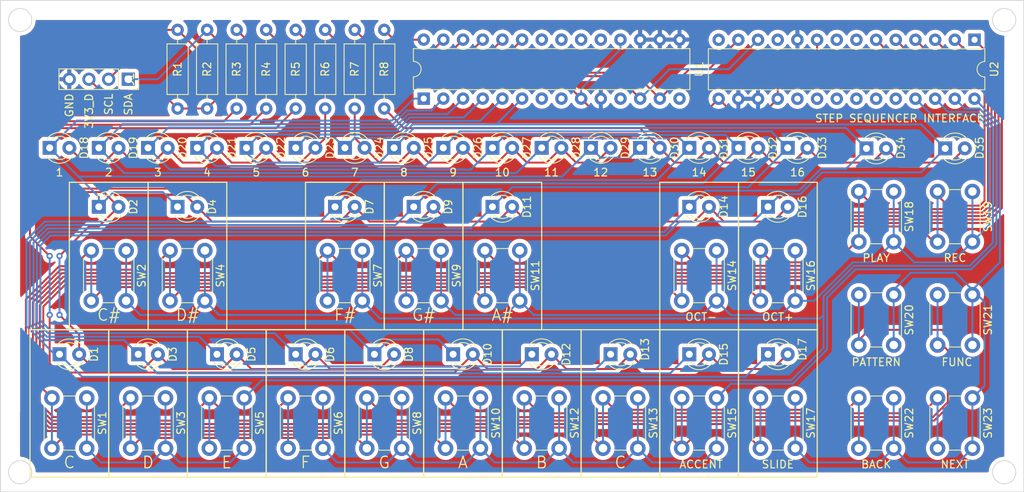
<source format=kicad_pcb>
(kicad_pcb (version 20211014) (generator pcbnew)
  (title_block (title "Daisy Seed Development Kit Step Sequencer Interface") (date "2024-01-22") (rev "2.0"))
  (layers (0 "F.Cu" signal) (31 "B.Cu" signal) (34 "B.Paste" user) (35 "F.Paste" user) (36 "B.SilkS" user "B.Silkscreen") (37 "F.SilkS" user "F.Silkscreen") (38 "B.Mask" user) (39 "F.Mask" user) (44 "Edge.Cuts" user))
  (net 0 "")
  (net 1 "GPA5")
  (net 2 "3V3_D")
  (net 3 "GND")
  (net 4 "Net-(D2-Pad2)")
  (net 5 "GPA4")
  (net 6 "GPA2")
  (net 11 "GPA1")
  (net 12 "GPA0")
  (net 13 "GPA3")
  (net 14 "SDA")
  (net 15 "SCL")
  (net 16 "GPB7")
  (net 17 "GPB5")
  (net 18 "GPB3")
  (net 19 "GPB1")
  (net 20 "GPB6")
  (net 21 "GPB4")
  (net 22 "GPB2")
  (net 23 "GPB0")
  (net 24 "GPA6")
  (net 25 "GPA7")
  (net 26 "Net-(D4-Pad2)")
  (net 27 "Net-(D30-Pad2)")
  (net 28 "Net-(D18-Pad2)")
  (net 29 "Net-(D26-Pad2)")
  (net 30 "GPD0")
  (net 31 "GPD1")
  (net 32 "GPD2")
  (net 33 "GPD3")
  (net 34 "GPD4")
  (net 35 "GPD5")
  (net 36 "GPD6")
  (net 37 "GPD7")
  (net 42 "GPC0")
  (net 43 "GPC1")
  (net 44 "GPC2")
  (net 45 "GPC3")
  (net 46 "GPC4")
  (net 47 "GPC5")
  (net 48 "GPC6")
  (net 49 "GPC7")
  (net 50 "Net-(D17-Pad2)")
  (footprint "Button_Switch_THT:SW_PUSH_6mm" (layer "F.Cu") (at 93.69 108.55 -90)
    (fp_text reference "SW8")
    (fp_text value "SW_DIP_x01")
  )
  (footprint "Resistor_THT:R_Axial_DIN0207_L6.3mm_D2.5mm_P10.16mm_Horizontal" (layer "F.Cu") (at 83.82 61 -90)
    (fp_text reference "R6")
    (fp_text value "20Ω")
  )
  (footprint "Package_DIP:DIP-28_W7.62mm" (layer "F.Cu") (at 96.53 69.88 90)
    (fp_text reference "U1")
    (fp_text value "MCP23017_SP")
  )
  (footprint "Button_Switch_THT:SW_PUSH_6mm" (layer "F.Cu") (at 58.13 89.5 -90)
    (fp_text reference "SW2")
    (fp_text value "SW_DIP_x01")
  )
  (footprint "LED_THT:LED_D3.0mm" (layer "F.Cu") (at 59.69 102.91)
    (fp_text reference "D3")
    (fp_text value "LED")
  )
  (footprint "LED_THT:LED_D3.0mm" (layer "F.Cu") (at 143.51 76.24)
    (fp_text reference "D33")
    (fp_text value "LED")
  )
  (footprint "LED_THT:LED_D3.0mm" (layer "F.Cu") (at 105.41 76.24)
    (fp_text reference "D27")
    (fp_text value "LED")
  )
  (footprint "LED_THT:LED_D3.0mm" (layer "F.Cu") (at 60.96 76.24)
    (fp_text reference "D20")
    (fp_text value "LED")
  )
  (footprint "LED_THT:LED_D3.0mm" (layer "F.Cu") (at 137.16 76.24)
    (fp_text reference "D32")
    (fp_text value "LED")
  )
  (footprint "LED_THT:LED_D3.0mm" (layer "F.Cu") (at 105.405 83.86)
    (fp_text reference "D11")
    (fp_text value "LED")
  )
  (footprint "Button_Switch_THT:SW_PUSH_6mm" (layer "F.Cu") (at 83.53 108.55 -90)
    (fp_text reference "SW6")
    (fp_text value "SW_DIP_x01")
  )
  (footprint "Button_Switch_THT:SW_PUSH_6mm" (layer "F.Cu") (at 53.05 108.55 -90)
    (fp_text reference "SW1")
    (fp_text value "SW_DIP_x01")
  )
  (footprint "LED_THT:LED_D3.0mm" (layer "F.Cu") (at 48.26 76.24)
    (fp_text reference "D18")
    (fp_text value "LED")
  )
  (footprint "Resistor_THT:R_Axial_DIN0207_L6.3mm_D2.5mm_P10.16mm_Horizontal" (layer "F.Cu") (at 64.77 61 -90)
    (fp_text reference "R1")
    (fp_text value "10KΩ")
  )
  (footprint "Button_Switch_THT:SW_PUSH_6mm" (layer "F.Cu") (at 108.93 89.5 -90)
    (fp_text reference "SW11")
    (fp_text value "SW_DIP_x01")
  )
  (footprint "LED_THT:LED_D3.0mm" (layer "F.Cu") (at 92.71 76.24)
    (fp_text reference "D25")
    (fp_text value "LED")
  )
  (footprint "Button_Switch_THT:SW_PUSH_6mm" (layer "F.Cu") (at 68.29 89.5 -90)
    (fp_text reference "SW4")
    (fp_text value "SW_DIP_x01")
  )
  (footprint "LED_THT:LED_D3.0mm" (layer "F.Cu") (at 85.09 83.86)
    (fp_text reference "D7")
    (fp_text value "LED")
  )
  (footprint "Button_Switch_THT:SW_PUSH_6mm" (layer "F.Cu") (at 157.19 95.215 -90)
    (fp_text reference "SW20")
    (fp_text value "SW_DIP_x01")
  )
  (footprint "Button_Switch_THT:SW_PUSH_6mm" (layer "F.Cu") (at 73.37 108.55 -90)
    (fp_text reference "SW5")
    (fp_text value "SW_DIP_x01")
  )
  (footprint "LED_THT:LED_D3.0mm" (layer "F.Cu") (at 130.81 102.91)
    (fp_text reference "D15")
    (fp_text value "LED")
  )
  (footprint "Resistor_THT:R_Axial_DIN0207_L6.3mm_D2.5mm_P10.16mm_Horizontal" (layer "F.Cu") (at 87.63 61 -90)
    (fp_text reference "R7")
    (fp_text value "20Ω")
  )
  (footprint "LED_THT:LED_D3.0mm" (layer "F.Cu") (at 67.31 76.24)
    (fp_text reference "D21")
    (fp_text value "LED")
  )
  (footprint "LED_THT:LED_D3.0mm" (layer "F.Cu") (at 100.33 102.91)
    (fp_text reference "D10")
    (fp_text value "LED")
  )
  (footprint "LED_THT:LED_D3.0mm" (layer "F.Cu") (at 54.61 76.24)
    (fp_text reference "D19")
    (fp_text value "LED")
  )
  (footprint "LED_THT:LED_D3.0mm" (layer "F.Cu") (at 124.46 76.24)
    (fp_text reference "D30")
    (fp_text value "LED")
  )
  (footprint "LED_THT:LED_D3.0mm" (layer "F.Cu") (at 80.01 102.91)
    (fp_text reference "D6")
    (fp_text value "LED")
  )
  (footprint "Resistor_THT:R_Axial_DIN0207_L6.3mm_D2.5mm_P10.16mm_Horizontal" (layer "F.Cu") (at 91.44 61 -90)
    (fp_text reference "R8")
    (fp_text value "20Ω")
  )
  (footprint "Resistor_THT:R_Axial_DIN0207_L6.3mm_D2.5mm_P10.16mm_Horizontal" (layer "F.Cu") (at 80.01 61 -90)
    (fp_text reference "R5")
    (fp_text value "20Ω")
  )
  (footprint "Button_Switch_THT:SW_PUSH_6mm" (layer "F.Cu") (at 103.85 108.55 -90)
    (fp_text reference "SW10")
    (fp_text value "SW_DIP_x01")
  )
  (footprint "LED_THT:LED_D3.0mm" (layer "F.Cu") (at 64.765 83.86)
    (fp_text reference "D4")
    (fp_text value "LED")
  )
  (footprint "Resistor_THT:R_Axial_DIN0207_L6.3mm_D2.5mm_P10.16mm_Horizontal" (layer "F.Cu") (at 76.2 61 -90)
    (fp_text reference "R4")
    (fp_text value "20Ω")
  )
  (footprint "LED_THT:LED_D3.0mm" (layer "F.Cu") (at 90.17 102.91)
    (fp_text reference "D8")
    (fp_text value "LED")
  )
  (footprint "LED_THT:LED_D3.0mm" (layer "F.Cu") (at 140.97 102.91)
    (fp_text reference "D17")
    (fp_text value "LED")
  )
  (footprint "Button_Switch_THT:SW_PUSH_6mm" (layer "F.Cu") (at 63.21 108.55 -90)
    (fp_text reference "SW3")
    (fp_text value "SW_DIP_x01")
  )
  (footprint "Button_Switch_THT:SW_PUSH_6mm" (layer "F.Cu") (at 157.19 81.88 -90)
    (fp_text reference "SW18")
    (fp_text value "SW_DIP_x01")
  )
  (footprint "LED_THT:LED_D3.0mm" (layer "F.Cu") (at 120.65 102.91)
    (fp_text reference "D13")
    (fp_text value "LED")
  )
  (footprint "LED_THT:LED_D3.0mm" (layer "F.Cu") (at 111.76 76.24)
    (fp_text reference "D28")
    (fp_text value "LED")
  )
  (footprint "LED_THT:LED_D3.0mm" (layer "F.Cu") (at 140.97 83.86)
    (fp_text reference "D16")
    (fp_text value "LED")
  )
  (footprint "Package_DIP:DIP-28_W7.62mm" (layer "F.Cu") (at 167.62 62.28 -90)
    (fp_text reference "U2")
    (fp_text value "MCP23017_SP")
  )
  (footprint "Button_Switch_THT:SW_PUSH_6mm" (layer "F.Cu") (at 144.49 108.55 -90)
    (fp_text reference "SW17")
    (fp_text value "SW_DIP_x01")
  )
  (footprint "Button_Switch_THT:SW_PUSH_6mm" (layer "F.Cu") (at 134.33 108.55 -90)
    (fp_text reference "SW15")
    (fp_text value "SW_DIP_x01")
  )
  (footprint "LED_THT:LED_D3.0mm" (layer "F.Cu") (at 130.81 83.86)
    (fp_text reference "D14")
    (fp_text value "LED")
  )
  (footprint "Button_Switch_THT:SW_PUSH_6mm" (layer "F.Cu") (at 167.35 81.88 -90)
    (fp_text reference "SW19")
    (fp_text value "SW_DIP_x01")
  )
  (footprint "LED_THT:LED_D3.0mm" (layer "F.Cu") (at 69.85 102.91)
    (fp_text reference "D5")
    (fp_text value "LED")
  )
  (footprint "LED_THT:LED_D3.0mm" (layer "F.Cu") (at 118.11 76.24)
    (fp_text reference "D29")
    (fp_text value "LED")
  )
  (footprint "Button_Switch_THT:SW_PUSH_6mm" (layer "F.Cu") (at 88.61 89.5 -90)
    (fp_text reference "SW7")
    (fp_text value "SW_DIP_x01")
  )
  (footprint "Button_Switch_THT:SW_PUSH_6mm" (layer "F.Cu") (at 134.33 89.5 -90)
    (fp_text reference "SW14")
    (fp_text value "SW_DIP_x01")
  )
  (footprint "LED_THT:LED_D3.0mm" (layer "F.Cu") (at 49.53 102.91)
    (fp_text reference "D1")
    (fp_text value "LED")
  )
  (footprint "Button_Switch_THT:SW_PUSH_6mm" (layer "F.Cu") (at 167.35 108.55 -90)
    (fp_text reference "SW23")
    (fp_text value "SW_DIP_x01")
  )
  (footprint "LED_THT:LED_D3.0mm" (layer "F.Cu") (at 54.605 83.86)
    (fp_text reference "D2")
    (fp_text value "LED")
  )
  (footprint "Button_Switch_THT:SW_PUSH_6mm" (layer "F.Cu") (at 124.17 108.55 -90)
    (fp_text reference "SW13")
    (fp_text value "SW_DIP_x01")
  )
  (footprint "Connector_PinSocket_2.54mm:PinSocket_1x04_P2.54mm_Vertical" (layer "F.Cu") (at 58.41 67.375 -90)
    (fp_text reference "J1")
    (fp_text value "Conn_01x04_Male")
  )
  (footprint "Button_Switch_THT:SW_PUSH_6mm" (layer "F.Cu") (at 167.35 95.215 -90)
    (fp_text reference "SW21")
    (fp_text value "SW_DIP_x01")
  )
  (footprint "Button_Switch_THT:SW_PUSH_6mm" (layer "F.Cu") (at 114.01 108.55 -90)
    (fp_text reference "SW12")
    (fp_text value "SW_DIP_x01")
  )
  (footprint "LED_THT:LED_D3.0mm" (layer "F.Cu") (at 95.245 83.86)
    (fp_text reference "D9")
    (fp_text value "LED")
  )
  (footprint "LED_THT:LED_D3.0mm" (layer "F.Cu") (at 153.67 76.315)
    (fp_text reference "D34")
    (fp_text value "LED")
  )
  (footprint "Resistor_THT:R_Axial_DIN0207_L6.3mm_D2.5mm_P10.16mm_Horizontal" (layer "F.Cu") (at 68.58 61 -90)
    (fp_text reference "R2")
    (fp_text value "10KΩ")
  )
  (footprint "LED_THT:LED_D3.0mm" (layer "F.Cu") (at 86.36 76.24)
    (fp_text reference "D24")
    (fp_text value "LED")
  )
  (footprint "Button_Switch_THT:SW_PUSH_6mm" (layer "F.Cu") (at 144.49 89.5 -90)
    (fp_text reference "SW16")
    (fp_text value "SW_DIP_x01")
  )
  (footprint "Resistor_THT:R_Axial_DIN0207_L6.3mm_D2.5mm_P10.16mm_Horizontal" (layer "F.Cu") (at 72.39 61 -90)
    (fp_text reference "R3")
    (fp_text value "20Ω")
  )
  (footprint "Button_Switch_THT:SW_PUSH_6mm" (layer "F.Cu") (at 98.77 89.5 -90)
    (fp_text reference "SW9")
    (fp_text value "SW_DIP_x01")
  )
  (footprint "LED_THT:LED_D3.0mm" (layer "F.Cu") (at 73.66 76.24)
    (fp_text reference "D22")
    (fp_text value "LED")
  )
  (footprint "LED_THT:LED_D3.0mm" (layer "F.Cu") (at 163.83 76.315)
    (fp_text reference "D35")
    (fp_text value "LED")
  )
  (footprint "LED_THT:LED_D3.0mm" (layer "F.Cu") (at 110.49 102.91)
    (fp_text reference "D12")
    (fp_text value "LED")
  )
  (footprint "LED_THT:LED_D3.0mm" (layer "F.Cu") (at 80.01 76.24)
    (fp_text reference "D23")
    (fp_text value "LED")
  )
  (footprint "LED_THT:LED_D3.0mm" (layer "F.Cu") (at 130.81 76.24)
    (fp_text reference "D31")
    (fp_text value "LED")
  )
  (footprint "Button_Switch_THT:SW_PUSH_6mm" (layer "F.Cu") (at 157.19 108.55 -90)
    (fp_text reference "SW22")
    (fp_text value "SW_DIP_x01")
  )
  (footprint "LED_THT:LED_D3.0mm" (layer "F.Cu") (at 99.06 76.24)
    (fp_text reference "D26")
    (fp_text value "LED")
  )
  (gr_rect (start 76.2 118.785) (end 66.04 99.735) (layer "F.SilkS") (width 0.15) (fill none))
  (gr_rect (start 127 118.785) (end 116.84 99.735) (layer "F.SilkS") (width 0.15) (fill none))
  (gr_rect (start 106.68 118.785) (end 96.52 99.735) (layer "F.SilkS") (width 0.15) (fill none))
  (gr_rect (start 91.44 99.735) (end 81.28 80.685) (layer "F.SilkS") (width 0.15) (fill none))
  (gr_rect (start 101.6 99.735) (end 91.44 80.685) (layer "F.SilkS") (width 0.15) (fill none))
  (gr_rect (start 86.36 118.785) (end 76.2 99.735) (layer "F.SilkS") (width 0.15) (fill none))
  (gr_rect (start 55.88 118.785) (end 45.72 99.735) (layer "F.SilkS") (width 0.15) (fill none))
  (gr_rect (start 71.12 99.735) (end 60.96 80.685) (layer "F.SilkS") (width 0.15) (fill none))
  (gr_rect (start 116.84 118.785) (end 106.68 99.735) (layer "F.SilkS") (width 0.15) (fill none))
  (gr_rect (start 137.16 99.735) (end 127 80.685) (layer "F.SilkS") (width 0.15) (fill none))
  (gr_rect (start 60.96 99.735) (end 50.8 80.685) (layer "F.SilkS") (width 0.15) (fill none))
  (gr_rect (start 66.04 118.785) (end 55.88 99.735) (layer "F.SilkS") (width 0.15) (fill none))
  (gr_rect (start 147.32 118.785) (end 137.16 99.735) (layer "F.SilkS") (width 0.15) (fill none))
  (gr_rect (start 111.76 99.735) (end 101.6 80.685) (layer "F.SilkS") (width 0.15) (fill none))
  (gr_rect (start 147.32 99.735) (end 137.16 80.685) (layer "F.SilkS") (width 0.15) (fill none))
  (gr_rect (start 137.16 118.785) (end 127 99.735) (layer "F.SilkS") (width 0.15) (fill none))
  (gr_rect (start 96.52 118.785) (end 86.36 99.735) (layer "F.SilkS") (width 0.15) (fill none))
  (gr_circle (center 171.45 118.15) (end 172.95 118.15) (layer "Edge.Cuts") (width 0.1) (fill none))
  (gr_circle (center 171.45 59.73) (end 172.95 59.73) (layer "Edge.Cuts") (width 0.1) (fill none))
  (gr_circle (center 44.45 59.73) (end 45.95 59.73) (layer "Edge.Cuts") (width 0.1) (fill none))
  (gr_circle (center 44.45 118.15) (end 45.95 118.15) (layer "Edge.Cuts") (width 0.1) (fill none))
  (gr_rect (start 41.9 57.19) (end 173.98 120.69) (layer "Edge.Cuts") (width 0.1) (fill none))
  (gr_text "E" (at 71.12 116.88) (layer "F.SilkS") (effects (font (size 1.5 1.5))))
  (gr_text "FUNC" (at 165.354 103.926) (layer "F.SilkS") (effects (font (size 1 1))))
  (gr_text "4" (at 68.58 79.415) (layer "F.SilkS") (effects (font (size 1 1))))
  (gr_text "11" (at 113.03 79.415) (layer "F.SilkS") (effects (font (size 1 1))))
  (gr_text "1" (at 49.53 79.415) (layer "F.SilkS") (effects (font (size 1 1))))
  (gr_text "16" (at 144.78 79.415) (layer "F.SilkS") (effects (font (size 1 1))))
  (gr_text "NEXT" (at 165.1 117.134) (layer "F.SilkS") (effects (font (size 1 1))))
  (gr_text "7" (at 87.63 79.415) (layer "F.SilkS") (effects (font (size 1 1))))
  (gr_text "10" (at 106.68 79.415) (layer "F.SilkS") (effects (font (size 1 1))))
  (gr_text "SCL" (at 55.88 69.128 90) (layer "F.SilkS") (effects (font (size 1 1)) (justify right)))
  (gr_text "3V3_D" (at 53.34 69.128 90) (layer "F.SilkS") (effects (font (size 1 1)) (justify right)))
  (gr_text "A#" (at 106.68 97.83) (layer "F.SilkS") (effects (font (size 1.5 1.5))))
  (gr_text "13" (at 125.73 79.415) (layer "F.SilkS") (effects (font (size 1 1))))
  (gr_text "8" (at 93.98 79.415) (layer "F.SilkS") (effects (font (size 1 1))))
  (gr_text "G" (at 91.44 116.88) (layer "F.SilkS") (effects (font (size 1.5 1.5))))
  (gr_text "SLIDE" (at 142.24 117.134) (layer "F.SilkS") (effects (font (size 1 1))))
  (gr_text "15" (at 138.43 79.415) (layer "F.SilkS") (effects (font (size 1 1))))
  (gr_text "G#" (at 96.52 97.83) (layer "F.SilkS") (effects (font (size 1.5 1.5))))
  (gr_text "C" (at 121.92 116.88) (layer "F.SilkS") (effects (font (size 1.5 1.5))))
  (gr_text "OCT-" (at 132.334 98.084) (layer "F.SilkS") (effects (font (size 1 1))))
  (gr_text "6" (at 81.28 79.415) (layer "F.SilkS") (effects (font (size 1 1))))
  (gr_text "C" (at 50.8 116.88) (layer "F.SilkS") (effects (font (size 1.5 1.5))))
  (gr_text "REC" (at 165.1 90.464) (layer "F.SilkS") (effects (font (size 1 1))))
  (gr_text "B" (at 111.76 116.88) (layer "F.SilkS") (effects (font (size 1.5 1.5))))
  (gr_text "GND" (at 50.8 69.128 90) (layer "F.SilkS") (effects (font (size 1 1)) (justify right)))
  (gr_text "3" (at 62.23 79.415) (layer "F.SilkS") (effects (font (size 1 1))))
  (gr_text "SDA" (at 58.42 69.128 90) (layer "F.SilkS") (effects (font (size 1 1)) (justify right)))
  (gr_text "PATTERN" (at 154.94 103.926) (layer "F.SilkS") (effects (font (size 1 1))))
  (gr_text "A" (at 101.6 116.88) (layer "F.SilkS") (effects (font (size 1.5 1.5))))
  (gr_text "9" (at 100.33 79.415) (layer "F.SilkS") (effects (font (size 1 1))))
  (gr_text "PLAY" (at 154.94 90.464) (layer "F.SilkS") (effects (font (size 1 1))))
  (gr_text "F#" (at 86.36 97.83) (layer "F.SilkS") (effects (font (size 1.5 1.5))))
  (gr_text "14" (at 132.08 79.415) (layer "F.SilkS") (effects (font (size 1 1))))
  (gr_text "D" (at 60.96 116.88) (layer "F.SilkS") (effects (font (size 1.5 1.5))))
  (gr_text "OCT+" (at 142.24 98.084) (layer "F.SilkS") (effects (font (size 1 1))))
  (gr_text "STEP SEQUENCER INTERFACE" (at 168.91 72.43) (layer "F.SilkS") (effects (font (size 1 1)) (justify right)))
  (gr_text "BACK" (at 154.94 117.134) (layer "F.SilkS") (effects (font (size 1 1))))
  (gr_text "2" (at 55.88 79.415) (layer "F.SilkS") (effects (font (size 1 1))))
  (gr_text "F" (at 81.28 116.88) (layer "F.SilkS") (effects (font (size 1.5 1.5))))
  (gr_text "12" (at 119.38 79.415) (layer "F.SilkS") (effects (font (size 1 1))))
  (gr_text "D#" (at 66.04 97.83) (layer "F.SilkS") (effects (font (size 1.5 1.5))))
  (gr_text "ACCENT" (at 132.334 117.134) (layer "F.SilkS") (effects (font (size 1 1))))
  (gr_text "5" (at 74.93 79.415) (layer "F.SilkS") (effects (font (size 1 1))))
  (gr_text "C#" (at 55.88 97.83) (layer "F.SilkS") (effects (font (size 1.5 1.5))))
  (segment (start 83.82 61) (end 87.55144 64.73144) (width 0.25) (layer "F.Cu") (net 1))
  (segment (start 99.13856 64.73144) (end 101.61 62.26) (width 0.25) (layer "F.Cu") (net 1))
  (segment (start 87.55144 64.73144) (end 99.13856 64.73144) (width 0.25) (layer "F.Cu") (net 1))
  (segment (start 68.58 71.16) (end 72.31144 67.42856) (width 0.25) (layer "F.Cu") (net 2))
  (segment (start 55.845 69.89) (end 63.5 69.89) (width 0.25) (layer "F.Cu") (net 2))
  (segment (start 147.3 63.56) (end 147.3 62.28) (width 0.25) (layer "F.Cu") (net 2))
  (segment (start 118.765 71.795) (end 132.705 71.795) (width 0.25) (layer "F.Cu") (net 2))
  (segment (start 63.5 69.89) (end 64.77 71.16) (width 0.25) (layer "F.Cu") (net 2))
  (segment (start 72.31144 67.42856) (end 114.39856 67.42856) (width 0.25) (layer "F.Cu") (net 2))
  (segment (start 142.22 68.64) (end 147.3 63.56) (width 0.25) (layer "F.Cu") (net 2))
  (segment (start 140.325 71.795) (end 142.22 69.9) (width 0.25) (layer "F.Cu") (net 2))
  (segment (start 142.22 69.9) (end 142.22 68.64) (width 0.25) (layer "F.Cu") (net 2))
  (segment (start 116.85 69.88) (end 118.765 71.795) (width 0.25) (layer "F.Cu") (net 2))
  (segment (start 134.6 69.9) (end 136.495 71.795) (width 0.25) (layer "F.Cu") (net 2))
  (segment (start 114.39856 67.42856) (end 116.85 69.88) (width 0.25) (layer "F.Cu") (net 2))
  (segment (start 53.33 67.375) (end 55.845 69.89) (width 0.25) (layer "F.Cu") (net 2))
  (segment (start 64.77 71.16) (end 68.58 71.16) (width 0.25) (layer "F.Cu") (net 2))
  (segment (start 132.705 71.795) (end 134.6 69.9) (width 0.25) (layer "F.Cu") (net 2))
  (segment (start 136.495 71.795) (end 140.325 71.795) (width 0.25) (layer "F.Cu") (net 2))
  (segment (start 116.85 69.88) (end 116.85 68.61) (width 0.25) (layer "B.Cu") (net 2))
  (segment (start 121.93 63.53) (end 121.93 62.26) (width 0.25) (layer "B.Cu") (net 2))
  (segment (start 116.85 68.61) (end 121.93 63.53) (width 0.25) (layer "B.Cu") (net 2))
  (segment (start 92.71 102.91) (end 90.805 104.815) (width 0.25) (layer "F.Cu") (net 4))
  (segment (start 49.53 90.21) (end 49.53 90.2075) (width 0.25) (layer "F.Cu") (net 4))
  (segment (start 55.24 81.955) (end 48.259283 81.955) (width 0.25) (layer "F.Cu") (net 4))
  (segment (start 49.53 90.2075) (end 53.3375 86.4) (width 0.25) (layer "F.Cu") (net 4))
  (segment (start 64.135 104.815) (end 62.23 102.91) (width 0.25) (layer "F.Cu") (net 4))
  (segment (start 57.145 83.86) (end 55.24 81.955) (width 0.25) (layer "F.Cu") (net 4))
  (segment (start 74.10952 73.25048) (end 76.2 71.16) (width 0.25) (layer "F.Cu") (net 4))
  (segment (start 90.805 104.815) (end 84.455 104.815) (width 0.25) (layer "F.Cu") (net 4))
  (segment (start 60.325 104.815) (end 53.975 104.815) (width 0.25) (layer "F.Cu") (net 4))
  (segment (start 62.23 102.91) (end 60.325 104.815) (width 0.25) (layer "F.Cu") (net 4))
  (segment (start 53.3375 86.4) (end 54.605 86.4) (width 0.25) (layer "F.Cu") (net 4))
  (segment (start 84.455 104.815) (end 82.55 102.91) (width 0.25) (layer "F.Cu") (net 4))
  (segment (start 53.975 104.815) (end 52.07 102.91) (width 0.25) (layer "F.Cu") (net 4))
  (segment (start 72.39 102.91) (end 70.485 104.815) (width 0.25) (layer "F.Cu") (net 4))
  (segment (start 82.55 102.91) (end 80.645 104.815) (width 0.25) (layer "F.Cu") (net 4))
  (segment (start 70.485 104.815) (end 64.135 104.815) (width 0.25) (layer "F.Cu") (net 4))
  (segment (start 80.645 104.815) (end 74.295 104.815) (width 0.25) (layer "F.Cu") (net 4))
  (segment (start 52.07 100.37) (end 49.53 97.83) (width 0.25) (layer "F.Cu") (net 4))
  (segment (start 46.16952 79.865237) (end 46.16952 75.144762) (width 0.25) (layer "F.Cu") (net 4))
  (segment (start 54.605 86.4) (end 57.145 83.86) (width 0.25) (layer "F.Cu") (net 4))
  (segment (start 48.063803 73.25048) (end 74.10952 73.25048) (width 0.25) (layer "F.Cu") (net 4))
  (segment (start 46.16952 75.144762) (end 48.063803 73.25048) (width 0.25) (layer "F.Cu") (net 4))
  (segment (start 48.259283 81.955) (end 46.16952 79.865237) (width 0.25) (layer "F.Cu") (net 4))
  (segment (start 52.07 102.91) (end 52.07 100.37) (width 0.25) (layer "F.Cu") (net 4))
  (segment (start 74.295 104.815) (end 72.39 102.91) (width 0.25) (layer "F.Cu") (net 4))
  (via (at 49.53 90.21) (size 0.8) (drill 0.4) (layers "F.Cu" "B.Cu") (net 4))
  (via (at 49.53 97.83) (size 0.8) (drill 0.4) (layers "F.Cu" "B.Cu") (net 4))
  (segment (start 49.53 97.83) (end 49.53 90.21) (width 0.25) (layer "B.Cu") (net 4))
  (segment (start 84.19096 65.18096) (end 101.22904 65.18096) (width 0.25) (layer "F.Cu") (net 5))
  (segment (start 80.01 61) (end 84.19096 65.18096) (width 0.25) (layer "F.Cu") (net 5))
  (segment (start 101.22904 65.18096) (end 104.15 62.26) (width 0.25) (layer "F.Cu") (net 5))
  (segment (start 72.39 61) (end 77.47 66.08) (width 0.25) (layer "F.Cu") (net 6))
  (segment (start 77.47 66.08) (end 105.41 66.08) (width 0.25) (layer "F.Cu") (net 6))
  (segment (start 105.41 66.08) (end 109.23 62.26) (width 0.25) (layer "F.Cu") (net 6))
  (segment (start 103.31952 65.63048) (end 106.69 62.26) (width 0.25) (layer "F.Cu") (net 13))
  (segment (start 76.2 61) (end 80.83048 65.63048) (width 0.25) (layer "F.Cu") (net 13))
  (segment (start 80.83048 65.63048) (end 103.31952 65.63048) (width 0.25) (layer "F.Cu") (net 13))
  (segment (start 123.65952 66.52952) (end 127.01 69.88) (width 0.25) (layer "F.Cu") (net 14))
  (segment (start 74.10952 66.52952) (end 123.65952 66.52952) (width 0.25) (layer "F.Cu") (net 14))
  (segment (start 68.58 61) (end 74.10952 66.52952) (width 0.25) (layer "F.Cu") (net 14))
  (segment (start 130.81 66.08) (end 133.34 66.08) (width 0.25) (layer "F.Cu") (net 14))
  (segment (start 133.34 66.08) (end 137.14 62.28) (width 0.25) (layer "F.Cu") (net 14))
  (segment (start 127.01 69.88) (end 130.81 66.08) (width 0.25) (layer "F.Cu") (net 14))
  (segment (start 58.41 67.375) (end 62.205 67.375) (width 0.25) (layer "B.Cu") (net 14))
  (segment (start 62.205 67.375) (end 68.58 61) (width 0.25) (layer "B.Cu") (net 14))
  (segment (start 64.77 61) (end 70.74904 66.97904) (width 0.25) (layer "F.Cu") (net 15))
  (segment (start 64.77 61) (end 62.245 61) (width 0.25) (layer "F.Cu") (net 15))
  (segment (start 121.56904 66.97904) (end 124.47 69.88) (width 0.25) (layer "F.Cu") (net 15))
  (segment (start 62.245 61) (end 55.87 67.375) (width 0.25) (layer "F.Cu") (net 15))
  (segment (start 70.74904 66.97904) (end 121.56904 66.97904) (width 0.25) (layer "F.Cu") (net 15))
  (segment (start 124.47 69.88) (end 128.27 66.08) (width 0.25) (layer "B.Cu") (net 15))
  (segment (start 135.88 66.08) (end 139.68 62.28) (width 0.25) (layer "B.Cu") (net 15))
  (segment (start 128.27 66.08) (end 135.88 66.08) (width 0.25) (layer "B.Cu") (net 15))
  (segment (start 98.425 101.005) (end 92.075 101.005) (width 0.25) (layer "B.Cu") (net 17))
  (segment (start 104.927409 73.217409) (end 160.732409 73.217409) (width 0.25) (layer "B.Cu") (net 17))
  (segment (start 142.61096 82.21904) (end 140.97 83.86) (width 0.25) (layer "B.Cu") (net 17))
  (segment (start 95.096874 73.217409) (end 104.927409 73.217409) (width 0.25) (layer "B.Cu") (net 17))
  (segment (start 48.369792 87.56308) (end 47.06856 88.864312) (width 0.25) (layer "B.Cu") (net 17))
  (segment (start 100.33 102.91) (end 98.425 101.005) (width 0.25) (layer "B.Cu") (net 17))
  (segment (start 160.73 79.415) (end 147.954999 79.415) (width 0.25) (layer "B.Cu") (net 17))
  (segment (start 147.954999 79.415) (end 145.150959 82.21904) (width 0.25) (layer "B.Cu") (net 17))
  (segment (start 85.09 74.97) (end 86.36 76.24) (width 0.25) (layer "B.Cu") (net 17))
  (segment (start 139.065 85.765) (end 129.540717 85.765) (width 0.25) (layer "B.Cu") (net 17))
  (segment (start 129.540717 85.765) (end 127.742637 87.56308) (width 0.25) (layer "B.Cu") (net 17))
  (segment (start 105.892591 73.217409) (end 104.927409 73.217409) (width 0.25) (layer "B.Cu") (net 17))
  (segment (start 140.97 83.86) (end 139.065 85.765) (width 0.25) (layer "B.Cu") (net 17))
  (segment (start 109.23 69.88) (end 105.892591 73.217409) (width 0.25) (layer "B.Cu") (net 17))
  (segment (start 145.150959 82.21904) (end 142.61096 82.21904) (width 0.25) (layer "B.Cu") (net 17))
  (segment (start 127.742637 87.56308) (end 48.369792 87.56308) (width 0.25) (layer "B.Cu") (net 17))
  (segment (start 163.83 76.315) (end 160.73 79.415) (width 0.25) (layer "B.Cu") (net 17))
  (segment (start 86.36 76.24) (end 87.63 74.97) (width 0.25) (layer "B.Cu") (net 17))
  (segment (start 87.63 74.97) (end 93.344282 74.97) (width 0.25) (layer "B.Cu") (net 17))
  (segment (start 92.075 101.005) (end 90.17 102.91) (width 0.25) (layer "B.Cu") (net 17))
  (segment (start 80.01 76.24) (end 81.28 74.97) (width 0.25) (layer "B.Cu") (net 17))
  (segment (start 160.732409 73.217409) (end 163.83 76.315) (width 0.25) (layer "B.Cu") (net 17))
  (segment (start 48.26 99.735) (end 86.995 99.735) (width 0.25) (layer "B.Cu") (net 17))
  (segment (start 81.28 74.97) (end 85.09 74.97) (width 0.25) (layer "B.Cu") (net 17))
  (segment (start 86.995 99.735) (end 90.17 102.91) (width 0.25) (layer "B.Cu") (net 17))
  (segment (start 93.344282 74.97) (end 95.096874 73.217409) (width 0.25) (layer "B.Cu") (net 17))
  (segment (start 47.06856 98.54356) (end 48.26 99.735) (width 0.25) (layer "B.Cu") (net 17))
  (segment (start 47.06856 88.864312) (end 47.06856 98.54356) (width 0.25) (layer "B.Cu") (net 17))
  (segment (start 101.711631 72.318369) (end 104.15 69.88) (width 0.25) (layer "B.Cu") (net 18))
  (segment (start 47.997396 86.66404) (end 102.60096 86.66404) (width 0.25) (layer "B.Cu") (net 18))
  (segment (start 47.887604 100.63404) (end 46.16952 98.915955) (width 0.25) (layer "B.Cu") (net 18))
  (segment (start 101.183551 74.116449) (end 141.386449 74.116449) (width 0.25) (layer "B.Cu") (net 18))
  (segment (start 71.86192 104.92192) (end 118.63808 104.92192) (width 0.25) (layer "B.Cu") (net 18))
  (segment (start 107.945 81.32) (end 138.43 81.32) (width 0.25) (layer "B.Cu") (net 18))
  (segment (start 92.971888 74.07096) (end 94.72448 72.318369) (width 0.25) (layer "B.Cu") (net 18))
  (segment (start 67.57404 100.63404) (end 47.887604 100.63404) (width 0.25) (layer "B.Cu") (net 18))
  (segment (start 99.06 76.24) (end 101.183551 74.116449) (width 0.25) (layer "B.Cu") (net 18))
  (segment (start 46.16952 98.915955) (end 46.16952 88.491916) (width 0.25) (layer "B.Cu") (net 18))
  (segment (start 69.66452 78.59452) (end 96.70548 78.59452) (width 0.25) (layer "B.Cu") (net 18))
  (segment (start 141.386449 74.116449) (end 143.51 76.24) (width 0.25) (layer "B.Cu") (net 18))
  (segment (start 67.31 76.24) (end 69.66452 78.59452) (width 0.25) (layer "B.Cu") (net 18))
  (segment (start 105.405 83.86) (end 107.945 81.32) (width 0.25) (layer "B.Cu") (net 18))
  (segment (start 69.85 102.91) (end 67.57404 100.63404) (width 0.25) (layer "B.Cu") (net 18))
  (segment (start 46.16952 88.491916) (end 47.997396 86.66404) (width 0.25) (layer "B.Cu") (net 18))
  (segment (start 69.85 102.91) (end 71.86192 104.92192) (width 0.25) (layer "B.Cu") (net 18))
  (segment (start 138.43 81.32) (end 143.51 76.24) (width 0.25) (layer "B.Cu") (net 18))
  (segment (start 96.70548 78.59452) (end 99.06 76.24) (width 0.25) (layer "B.Cu") (net 18))
  (segment (start 69.47904 74.07096) (end 92.971888 74.07096) (width 0.25) (layer "B.Cu") (net 18))
  (segment (start 118.63808 104.92192) (end 120.65 102.91) (width 0.25) (layer "B.Cu") (net 18))
  (segment (start 94.72448 72.318369) (end 101.711631 72.318369) (width 0.25) (layer "B.Cu") (net 18))
  (segment (start 67.31 76.24) (end 69.47904 74.07096) (width 0.25) (layer "B.Cu") (net 18))
  (segment (start 102.60096 86.66404) (end 105.405 83.86) (width 0.25) (layer "B.Cu") (net 18))
  (segment (start 94.352086 71.419329) (end 97.530671 71.419329) (width 0.25) (layer "B.Cu") (net 19))
  (segment (start 130.81 76.24) (end 126.6574 80.3926) (width 0.25) (layer "B.Cu") (net 19))
  (segment (start 112.984511 75.015489) (end 129.585489 75.015489) (width 0.25) (layer "B.Cu") (net 19))
  (segment (start 52.44096 105.82096) (end 138.05904 105.82096) (width 0.25) (layer "B.Cu") (net 19))
  (segment (start 83.185 85.765) (end 47.625 85.765) (width 0.25) (layer "B.Cu") (net 19))
  (segment (start 108.50644 79.49356) (end 111.76 76.24) (width 0.25) (layer "B.Cu") (net 19))
  (segment (start 129.585489 75.015489) (end 130.81 76.24) (width 0.25) (layer "B.Cu") (net 19))
  (segment (start 138.05904 105.82096) (end 140.97 102.91) (width 0.25) (layer "B.Cu") (net 19))
  (segment (start 45.27048 99.288349) (end 47.515208 101.533079) (width 0.25) (layer "B.Cu") (net 19))
  (segment (start 45.27048 88.11952) (end 45.27048 99.288349) (width 0.25) (layer "B.Cu") (net 19))
  (segment (start 88.5574 80.3926) (end 85.09 83.86) (width 0.25) (layer "B.Cu") (net 19))
  (segment (start 57.86356 79.49356) (end 108.50644 79.49356) (width 0.25) (layer "B.Cu") (net 19))
  (segment (start 49.53 102.91) (end 52.44096 105.82096) (width 0.25) (layer "B.Cu") (net 19))
  (segment (start 54.61 76.24) (end 57.67808 73.17192) (width 0.25) (layer "B.Cu") (net 19))
  (segment (start 57.67808 73.17192) (end 92.599493 73.17192) (width 0.25) (layer "B.Cu") (net 19))
  (segment (start 47.515208 101.533079) (end 47.518079 101.533079) (width 0.25) (layer "B.Cu") (net 19))
  (segment (start 48.895 102.91) (end 49.53 102.91) (width 0.25) (layer "B.Cu") (net 19))
  (segment (start 111.76 76.24) (end 112.984511 75.015489) (width 0.25) (layer "B.Cu") (net 19))
  (segment (start 54.61 76.24) (end 57.86356 79.49356) (width 0.25) (layer "B.Cu") (net 19))
  (segment (start 97.530671 71.419329) (end 99.07 69.88) (width 0.25) (layer "B.Cu") (net 19))
  (segment (start 47.625 85.765) (end 45.27048 88.11952) (width 0.25) (layer "B.Cu") (net 19))
  (segment (start 47.518079 101.533079) (end 48.895 102.91) (width 0.25) (layer "B.Cu") (net 19))
  (segment (start 92.599493 73.17192) (end 94.352086 71.419329) (width 0.25) (layer "B.Cu") (net 19))
  (segment (start 126.6574 80.3926) (end 88.5574 80.3926) (width 0.25) (layer "B.Cu") (net 19))
  (segment (start 85.09 83.86) (end 83.185 85.765) (width 0.25) (layer "B.Cu") (net 19))
  (segment (start 80.01 102.91) (end 81.5724 104.4724) (width 0.25) (layer "B.Cu") (net 21))
  (segment (start 132.90048 81.76952) (end 130.81 83.86) (width 0.25) (layer "B.Cu") (net 21))
  (segment (start 95.283071 73.666929) (end 92.71 76.24) (width 0.25) (layer "B.Cu") (net 21))
  (segment (start 108.9276 104.4724) (end 110.49 102.91) (width 0.25) (layer "B.Cu") (net 21))
  (segment (start 46.61904 88.678114) (end 48.183594 87.11356) (width 0.25) (layer "B.Cu") (net 21))
  (segment (start 90.805 78.145) (end 92.71 76.24) (width 0.25) (layer "B.Cu") (net 21))
  (segment (start 153.67 76.315) (end 151.021929 73.666929) (width 0.25) (layer "B.Cu") (net 21))
  (segment (start 48.073802 100.18452) (end 46.61904 98.729758) (width 0.25) (layer "B.Cu") (net 21))
  (segment (start 151.021929 73.666929) (end 95.283071 73.666929) (width 0.25) (layer "B.Cu") (net 21))
  (segment (start 80.01 102.91) (end 77.28452 100.18452) (width 0.25) (layer "B.Cu") (net 21))
  (segment (start 144.964762 81.76952) (end 132.90048 81.76952) (width 0.25) (layer "B.Cu") (net 21))
  (segment (start 103.802111 72.767889) (end 106.69 69.88) (width 0.25) (layer "B.Cu") (net 21))
  (segment (start 127.55644 87.11356) (end 130.81 83.86) (width 0.25) (layer "B.Cu") (net 21))
  (segment (start 73.66 76.875) (end 74.93 78.145) (width 0.25) (layer "B.Cu") (net 21))
  (segment (start 151.01952 78.96548) (end 147.768802 78.96548) (width 0.25) (layer "B.Cu") (net 21))
  (segment (start 94.910677 72.767889) (end 103.802111 72.767889) (width 0.25) (layer "B.Cu") (net 21))
  (segment (start 74.93 78.145) (end 90.805 78.145) (width 0.25) (layer "B.Cu") (net 21))
  (segment (start 147.768802 78.96548) (end 144.964762 81.76952) (width 0.25) (layer "B.Cu") (net 21))
  (segment (start 48.183594 87.11356) (end 127.55644 87.11356) (width 0.25) (layer "B.Cu") (net 21))
  (segment (start 93.158084 74.52048) (end 94.910677 72.767889) (width 0.25) (layer "B.Cu") (net 21))
  (segment (start 73.66 76.24) (end 73.66 76.875) (width 0.25) (layer "B.Cu") (net 21))
  (segment (start 77.28452 100.18452) (end 48.073802 100.18452) (width 0.25) (layer "B.Cu") (net 21))
  (segment (start 46.61904 98.729758) (end 46.61904 88.678114) (width 0.25) (layer "B.Cu") (net 21))
  (segment (start 81.5724 104.4724) (end 108.9276 104.4724) (width 0.25) (layer "B.Cu") (net 21))
  (segment (start 73.66 76.24) (end 75.37952 74.52048) (width 0.25) (layer "B.Cu") (net 21))
  (segment (start 75.37952 74.52048) (end 93.158084 74.52048) (width 0.25) (layer "B.Cu") (net 21))
  (segment (start 153.67 76.315) (end 151.01952 78.96548) (width 0.25) (layer "B.Cu") (net 21))
  (segment (start 137.158565 76.24) (end 132.556445 80.84212) (width 0.25) (layer "B.Cu") (net 22))
  (segment (start 92.785691 73.62144) (end 94.538283 71.868849) (width 0.25) (layer "B.Cu") (net 22))
  (segment (start 62.15144 105.37144) (end 128.34856 105.37144) (width 0.25) (layer "B.Cu") (net 22))
  (segment (start 128.34856 105.37144) (end 130.81 102.91) (width 0.25) (layer "B.Cu") (net 22))
  (segment (start 92.89048 86.21452) (end 95.245 83.86) (width 0.25) (layer "B.Cu") (net 22))
  (segment (start 137.16 76.24) (end 137.158565 76.24) (width 0.25) (layer "B.Cu") (net 22))
  (segment (start 47.811198 86.21452) (end 92.89048 86.21452) (width 0.25) (layer "B.Cu") (net 22))
  (segment (start 102.60596 79.04404) (end 105.41 76.24) (width 0.25) (layer "B.Cu") (net 22))
  (segment (start 107.084031 74.565969) (end 135.485969 74.565969) (width 0.25) (layer "B.Cu") (net 22))
  (segment (start 57.86356 101.08356) (end 47.701406 101.08356) (width 0.25) (layer "B.Cu") (net 22))
  (segment (start 63.57856 73.62144) (end 92.785691 73.62144) (width 0.25) (layer "B.Cu") (net 22))
  (segment (start 45.72 99.102152) (end 45.72 88.305718) (width 0.25) (layer "B.Cu") (net 22))
  (segment (start 60.96 76.24) (end 63.57856 73.62144) (width 0.25) (layer "B.Cu") (net 22))
  (segment (start 59.69 102.91) (end 62.15144 105.37144) (width 0.25) (layer "B.Cu") (net 22))
  (segment (start 63.76404 79.04404) (end 102.60596 79.04404) (width 0.25) (layer "B.Cu") (net 22))
  (segment (start 99.621151 71.868849) (end 101.61 69.88) (width 0.25) (layer "B.Cu") (net 22))
  (segment (start 132.556445 80.84212) (end 98.26288 80.84212) (width 0.25) (layer "B.Cu") (net 22))
  (segment (start 94.538283 71.868849) (end 99.621151 71.868849) (width 0.25) (layer "B.Cu") (net 22))
  (segment (start 60.96 76.24) (end 63.76404 79.04404) (width 0.25) (layer "B.Cu") (net 22))
  (segment (start 98.26288 80.84212) (end 95.245 83.86) (width 0.25) (layer "B.Cu") (net 22))
  (segment (start 105.41 76.24) (end 107.084031 74.565969) (width 0.25) (layer "B.Cu") (net 22))
  (segment (start 135.485969 74.565969) (end 137.16 76.24) (width 0.25) (layer "B.Cu") (net 22))
  (segment (start 45.72 88.305718) (end 47.811198 86.21452) (width 0.25) (layer "B.Cu") (net 22))
  (segment (start 47.701406 101.08356) (end 45.72 99.102152) (width 0.25) (layer "B.Cu") (net 22))
  (segment (start 59.69 102.91) (end 57.86356 101.08356) (width 0.25) (layer "B.Cu") (net 22))
  (segment (start 92.413296 72.7224) (end 95.255696 69.88) (width 0.25) (layer "B.Cu") (net 23))
  (segment (start 123.19 77.51) (end 124.46 76.24) (width 0.25) (layer "B.Cu") (net 23))
  (segment (start 119.38 77.51) (end 123.19 77.51) (width 0.25) (layer "B.Cu") (net 23))
  (segment (start 51.7776 72.7224) (end 92.413296 72.7224) (width 0.25) (layer "B.Cu") (net 23))
  (segment (start 56.51 81.955) (end 54.605 83.86) (width 0.25) (layer "B.Cu") (net 23))
  (segment (start 118.11 76.24) (end 119.38 77.51) (width 0.25) (layer "B.Cu") (net 23))
  (segment (start 51.96308 79.94308) (end 54.605 82.585) (width 0.25) (layer "B.Cu") (net 23))
  (segment (start 48.26 76.24) (end 51.96308 79.94308) (width 0.25) (layer "B.Cu") (net 23))
  (segment (start 95.255696 69.88) (end 96.53 69.88) (width 0.25) (layer "B.Cu") (net 23))
  (segment (start 114.40692 79.94308) (end 118.11 76.24) (width 0.25) (layer "B.Cu") (net 23))
  (segment (start 51.96308 79.94308) (end 114.40692 79.94308) (width 0.25) (layer "B.Cu") (net 23))
  (segment (start 48.26 76.24) (end 51.7776 72.7224) (width 0.25) (layer "B.Cu") (net 23))
  (segment (start 54.605 82.585) (end 54.605 83.86) (width 0.25) (layer "B.Cu") (net 23))
  (segment (start 64.765 83.86) (end 62.86 81.955) (width 0.25) (layer "B.Cu") (net 23))
  (segment (start 62.86 81.955) (end 56.51 81.955) (width 0.25) (layer "B.Cu") (net 23))
  (segment (start 87.63 61) (end 90.91192 64.28192) (width 0.25) (layer "F.Cu") (net 24))
  (segment (start 97.04808 64.28192) (end 99.07 62.26) (width 0.25) (layer "F.Cu") (net 24))
  (segment (start 90.91192 64.28192) (end 97.04808 64.28192) (width 0.25) (layer "F.Cu") (net 24))
  (segment (start 96.52 62.27) (end 96.53 62.26) (width 0.25) (layer "F.Cu") (net 25))
  (segment (start 91.44 61) (end 92.71 62.27) (width 0.25) (layer "F.Cu") (net 25))
  (segment (start 92.71 62.27) (end 96.52 62.27) (width 0.25) (layer "F.Cu") (net 25))
  (segment (start 109.85 85.765) (end 131.445 85.765) (width 0.25) (layer "F.Cu") (net 26))
  (segment (start 99.69 85.765) (end 106.04 85.765) (width 0.25) (layer "F.Cu") (net 26))
  (segment (start 64.95048 81.50548) (end 48.44548 81.50548) (width 0.25) (layer "F.Cu") (net 26))
  (segment (start 141.605 85.765) (end 143.51 83.86) (width 0.25) (layer "F.Cu") (net 26))
  (segment (start 135.255 85.765) (end 141.605 85.765) (width 0.25) (layer "F.Cu") (net 26))
  (segment (start 87.63 83.86) (end 89.535 85.765) (width 0.25) (layer "F.Cu") (net 26))
  (segment (start 46.61904 75.33096) (end 48.25 73.7) (width 0.25) (layer "F.Cu") (net 26))
  (segment (start 48.25 73.7) (end 77.47 73.7) (width 0.25) (layer "F.Cu") (net 26))
  (segment (start 69.21 85.765) (end 67.305 83.86) (width 0.25) (layer "F.Cu") (net 26))
  (segment (start 46.61904 79.67904) (end 46.61904 75.33096) (width 0.25) (layer "F.Cu") (net 26))
  (segment (start 89.535 85.765) (end 95.88 85.765) (width 0.25) (layer "F.Cu") (net 26))
  (segment (start 87.63 83.86) (end 85.725 85.765) (width 0.25) (layer "F.Cu") (net 26))
  (segment (start 48.44548 81.50548) (end 46.61904 79.67904) (width 0.25) (layer "F.Cu") (net 26))
  (segment (start 85.725 85.765) (end 69.21 85.765) (width 0.25) (layer "F.Cu") (net 26))
  (segment (start 97.785 83.86) (end 99.69 85.765) (width 0.25) (layer "F.Cu") (net 26))
  (segment (start 133.35 83.86) (end 135.255 85.765) (width 0.25) (layer "F.Cu") (net 26))
  (segment (start 106.04 85.765) (end 107.945 83.86) (width 0.25) (layer "F.Cu") (net 26))
  (segment (start 131.445 85.765) (end 133.35 83.86) (width 0.25) (layer "F.Cu") (net 26))
  (segment (start 67.305 83.86) (end 64.95048 81.50548) (width 0.25) (layer "F.Cu") (net 26))
  (segment (start 77.47 73.7) (end 80.01 71.16) (width 0.25) (layer "F.Cu") (net 26))
  (segment (start 107.945 83.86) (end 109.85 85.765) (width 0.25) (layer "F.Cu") (net 26))
  (segment (start 95.88 85.765) (end 97.785 83.86) (width 0.25) (layer "F.Cu") (net 26))
  (segment (start 158.04 78.145) (end 164.54 78.145) (width 0.25) (layer "F.Cu") (net 27))
  (segment (start 133.35 76.24) (end 135.255 78.145) (width 0.25) (layer "F.Cu") (net 27))
  (segment (start 137.795 78.145) (end 139.7 76.24) (width 0.25) (layer "F.Cu") (net 27))
  (segment (start 93.98 73.7) (end 124.46 73.7) (width 0.25) (layer "F.Cu") (net 27))
  (segment (start 91.44 71.16) (end 93.98 73.7) (width 0.25) (layer "F.Cu") (net 27))
  (segment (start 154.38 78.145) (end 156.21 76.315) (width 0.25) (layer "F.Cu") (net 27))
  (segment (start 124.46 73.7) (end 127 76.24) (width 0.25) (layer "F.Cu") (net 27))
  (segment (start 147.955 78.145) (end 154.38 78.145) (width 0.25) (layer "F.Cu") (net 27))
  (segment (start 156.21 76.315) (end 158.04 78.145) (width 0.25) (layer "F.Cu") (net 27))
  (segment (start 127 76.24) (end 128.905 78.145) (width 0.25) (layer "F.Cu") (net 27))
  (segment (start 139.7 76.24) (end 141.605 78.145) (width 0.25) (layer "F.Cu") (net 27))
  (segment (start 131.445 78.145) (end 133.35 76.24) (width 0.25) (layer "F.Cu") (net 27))
  (segment (start 144.145 78.145) (end 146.05 76.24) (width 0.25) (layer "F.Cu") (net 27))
  (segment (start 128.905 78.145) (end 131.445 78.145) (width 0.25) (layer "F.Cu") (net 27))
  (segment (start 141.605 78.145) (end 144.145 78.145) (width 0.25) (layer "F.Cu") (net 27))
  (segment (start 164.54 78.145) (end 166.37 76.315) (width 0.25) (layer "F.Cu") (net 27))
  (segment (start 146.05 76.24) (end 147.955 78.145) (width 0.25) (layer "F.Cu") (net 27))
  (segment (start 135.255 78.145) (end 137.795 78.145) (width 0.25) (layer "F.Cu") (net 27))
  (segment (start 57.15 76.24) (end 59.055 78.145) (width 0.25) (layer "F.Cu") (net 28))
  (segment (start 83.82 71.16) (end 83.82 74.97) (width 0.25) (layer "F.Cu") (net 28))
  (segment (start 61.595 78.145) (end 63.5 76.24) (width 0.25) (layer "F.Cu") (net 28))
  (segment (start 59.055 78.145) (end 61.595 78.145) (width 0.25) (layer "F.Cu") (net 28))
  (segment (start 83.82 74.97) (end 82.55 76.24) (width 0.25) (layer "F.Cu") (net 28))
  (segment (start 52.705 78.145) (end 55.245 78.145) (width 0.25) (layer "F.Cu") (net 28))
  (segment (start 71.755 78.145) (end 69.85 76.24) (width 0.25) (layer "F.Cu") (net 28))
  (segment (start 67.945 78.145) (end 69.85 76.24) (width 0.25) (layer "F.Cu") (net 28))
  (segment (start 76.2 76.24) (end 74.295 78.145) (width 0.25) (layer "F.Cu") (net 28))
  (segment (start 65.405 78.145) (end 67.945 78.145) (width 0.25) (layer "F.Cu") (net 28))
  (segment (start 74.295 78.145) (end 71.755 78.145) (width 0.25) (layer "F.Cu") (net 28))
  (segment (start 76.2 76.24) (end 78.105 78.145) (width 0.25) (layer "F.Cu") (net 28))
  (segment (start 63.5 76.24) (end 65.405 78.145) (width 0.25) (layer "F.Cu") (net 28))
  (segment (start 50.8 76.24) (end 52.705 78.145) (width 0.25) (layer "F.Cu") (net 28))
  (segment (start 78.105 78.145) (end 80.645 78.145) (width 0.25) (layer "F.Cu") (net 28))
  (segment (start 80.645 78.145) (end 82.55 76.24) (width 0.25) (layer "F.Cu") (net 28))
  (segment (start 55.245 78.145) (end 57.15 76.24) (width 0.25) (layer "F.Cu") (net 28))
  (segment (start 112.395 78.145) (end 114.3 76.24) (width 0.25) (layer "F.Cu") (net 29))
  (segment (start 97.155 78.145) (end 99.695 78.145) (width 0.25) (layer "F.Cu") (net 29))
  (segment (start 109.855 78.145) (end 112.395 78.145) (width 0.25) (layer "F.Cu") (net 29))
  (segment (start 99.695 78.145) (end 101.6 76.24) (width 0.25) (layer "F.Cu") (net 29))
  (segment (start 107.95 76.24) (end 109.855 78.145) (width 0.25) (layer "F.Cu") (net 29))
  (segment (start 87.63 71.16) (end 87.63 74.97) (width 0.25) (layer "F.Cu") (net 29))
  (segment (start 103.505 78.145) (end 106.045 78.145) (width 0.25) (layer "F.Cu") (net 29))
  (segment (start 118.745 78.145) (end 120.65 76.24) (width 0.25) (layer "F.Cu") (net 29))
  (segment (start 93.345 78.145) (end 95.25 76.24) (width 0.25) (layer "F.Cu") (net 29))
  (segment (start 95.25 76.24) (end 97.155 78.145) (width 0.25) (layer "F.Cu") (net 29))
  (segment (start 87.63 74.97) (end 88.9 76.24) (width 0.25) (layer "F.Cu") (net 29))
  (segment (start 101.6 76.24) (end 103.505 78.145) (width 0.25) (layer "F.Cu") (net 29))
  (segment (start 88.9 76.24) (end 90.805 78.145) (width 0.25) (layer "F.Cu") (net 29))
  (segment (start 114.3 76.24) (end 116.205 78.145) (width 0.25) (layer "F.Cu") (net 29))
  (segment (start 90.805 78.145) (end 93.345 78.145) (width 0.25) (layer "F.Cu") (net 29))
  (segment (start 116.205 78.145) (end 118.745 78.145) (width 0.25) (layer "F.Cu") (net 29))
  (segment (start 106.045 78.145) (end 107.95 76.24) (width 0.25) (layer "F.Cu") (net 29))
  (segment (start 46.09096 96.188681) (end 49.851753 92.427889) (width 0.25) (layer "F.Cu") (net 30))
  (segment (start 151.445043 85.95048) (end 169.223607 85.95048) (width 0.25) (layer "F.Cu") (net 30))
  (segment (start 147.136672 92.30048) (end 149.93856 89.498592) (width 0.25) (layer "F.Cu") (net 30))
  (segment (start 48.258566 111.8) (end 46.09096 109.632394) (width 0.25) (layer "F.Cu") (net 30))
  (segment (start 136.867409 111.927409) (end 139.99 115.05) (width 0.25) (layer "F.Cu") (net 30))
  (segment (start 171.1576 84.016486) (end 171.1576 65.8176) (width 0.25) (layer "F.Cu") (net 30))
  (segment (start 147.133802 92.30048) (end 147.136672 92.30048) (width 0.25) (layer "F.Cu") (net 30))
  (segment (start 48.387409 111.927409) (end 48.26 111.8) (width 0.25) (layer "F.Cu") (net 30))
  (segment (start 81.182111 92.427889) (end 84.11 89.5) (width 0.25) (layer "F.Cu") (net 30))
  (segment (start 147.006393 92.427889) (end 147.133802 92.30048) (width 0.25) (layer "F.Cu") (net 30))
  (segment (start 129.83 115.05) (end 132.952591 111.927409) (width 0.25) (layer "F.Cu") (net 30))
  (segment (start 94.27 89.5) (end 97.197889 92.427889) (width 0.25) (layer "F.Cu") (net 30))
  (segment (start 87.037889 92.427889) (end 91.342111 92.427889) (width 0.25) (layer "F.Cu") (net 30))
  (segment (start 97.197889 92.427889) (end 147.006393 92.427889) (width 0.25) (layer "F.Cu") (net 30))
  (segment (start 46.09096 109.632394) (end 46.09096 96.188681) (width 0.25) (layer "F.Cu") (net 30))
  (segment (start 48.26 111.8) (end 48.258566 111.8) (width 0.25) (layer "F.Cu") (net 30))
  (segment (start 132.952591 111.927409) (end 136.867409 111.927409) (width 0.25) (layer "F.Cu") (net 30))
  (segment (start 91.342111 92.427889) (end 94.27 89.5) (width 0.25) (layer "F.Cu") (net 30))
  (segment (start 171.1576 65.8176) (end 167.62 62.28) (width 0.25) (layer "F.Cu") (net 30))
  (segment (start 149.93856 87.456963) (end 151.445043 85.95048) (width 0.25) (layer "F.Cu") (net 30))
  (segment (start 149.93856 87.456963) (end 149.93856 89.498592) (width 0.25) (layer "F.Cu") (net 30))
  (segment (start 129.83 115.05) (end 126.707409 111.927409) (width 0.25) (layer "F.Cu") (net 30))
  (segment (start 84.11 89.5) (end 87.037889 92.427889) (width 0.25) (layer "F.Cu") (net 30))
  (segment (start 126.707409 111.927409) (end 48.387409 111.927409) (width 0.25) (layer "F.Cu") (net 30))
  (segment (start 169.223607 85.95048) (end 171.1576 84.016486) (width 0.25) (layer "F.Cu") (net 30))
  (segment (start 49.851753 92.427889) (end 81.182111 92.427889) (width 0.25) (layer "F.Cu") (net 30))
  (segment (start 84.11 89.5) (end 84.11 96) (width 0.25) (layer "B.Cu") (net 30))
  (segment (start 139.99 108.55) (end 139.99 115.05) (width 0.25) (layer "B.Cu") (net 30))
  (segment (start 129.83 108.55) (end 129.83 115.05) (width 0.25) (layer "B.Cu") (net 30))
  (segment (start 94.27 89.5) (end 94.27 96) (width 0.25) (layer "B.Cu") (net 30))
  (segment (start 45.64144 109.818591) (end 45.64144 96.002483) (width 0.25) (layer "F.Cu") (net 31))
  (segment (start 149.48904 87.270765) (end 151.258845 85.50096) (width 0.25) (layer "F.Cu") (net 31))
  (segment (start 49.665556 91.978369) (end 61.311631 91.978369) (width 0.25) (layer "F.Cu") (net 31))
  (segment (start 65.114511 94.675489) (end 63.79 96) (width 0.25) (layer "F.Cu") (net 31))
  (segment (start 146.820195 91.978369) (end 146.947604 91.85096) (width 0.25) (layer "F.Cu") (net 31))
  (segment (start 167.08192 64.28192) (end 165.08 62.28) (width 0.25) (layer "F.Cu") (net 31))
  (segment (start 170.70808 83.830289) (end 170.70808 66.615211) (width 0.25) (layer "F.Cu") (net 31))
  (segment (start 121.20048 110.08048) (end 151.15952 110.08048) (width 0.25) (layer "F.Cu") (net 31))
  (segment (start 168.374789 64.28192) (end 167.08192 64.28192) (width 0.25) (layer "F.Cu") (net 31))
  (segment (start 146.947604 91.85096) (end 146.950475 91.85096) (width 0.25) (layer "F.Cu") (net 31))
  (segment (start 149.48904 87.270765) (end 149.48904 89.312395) (width 0.25) (layer "F.Cu") (net 31))
  (segment (start 104.43 96) (end 103.105489 94.675489) (width 0.25) (layer "F.Cu") (net 31))
  (segment (start 104.43 89.5) (end 106.908369 91.978369) (width 0.25) (layer "F.Cu") (net 31))
  (segment (start 170.70808 66.615211) (end 168.374789 64.28192) (width 0.25) (layer "F.Cu") (net 31))
  (segment (start 169.037409 85.50096) (end 170.70808 83.830289) (width 0.25) (layer "F.Cu") (net 31))
  (segment (start 146.950475 91.85096) (end 149.48904 89.312395) (width 0.25) (layer "F.Cu") (net 31))
  (segment (start 119.67 115.05) (end 116.996929 112.376929) (width 0.25) (layer "F.Cu") (net 31))
  (segment (start 106.908369 91.978369) (end 146.820195 91.978369) (width 0.25) (layer "F.Cu") (net 31))
  (segment (start 61.311631 91.978369) (end 63.79 89.5) (width 0.25) (layer "F.Cu") (net 31))
  (segment (start 45.64144 96.002483) (end 49.665556 91.978369) (width 0.25) (layer "F.Cu") (net 31))
  (segment (start 151.15952 110.08048) (end 152.69 108.55) (width 0.25) (layer "F.Cu") (net 31))
  (segment (start 116.996929 112.376929) (end 48.199778 112.376929) (width 0.25) (layer "F.Cu") (net 31))
  (segment (start 48.199778 112.376929) (end 45.64144 109.818591) (width 0.25) (layer "F.Cu") (net 31))
  (segment (start 119.67 108.55) (end 121.20048 110.08048) (width 0.25) (layer "F.Cu") (net 31))
  (segment (start 151.258845 85.50096) (end 169.037409 85.50096) (width 0.25) (layer "F.Cu") (net 31))
  (segment (start 103.105489 94.675489) (end 65.114511 94.675489) (width 0.25) (layer "F.Cu") (net 31))
  (segment (start 63.79 89.5) (end 63.79 96) (width 0.25) (layer "B.Cu") (net 31))
  (segment (start 119.67 108.55) (end 119.67 115.05) (width 0.25) (layer "B.Cu") (net 31))
  (segment (start 104.43 89.5) (end 104.43 96) (width 0.25) (layer "B.Cu") (net 31))
  (segment (start 152.69 108.55) (end 152.69 115.05) (width 0.25) (layer "B.Cu") (net 31))
  (segment (start 131.81 91.48) (end 146.685718 91.48) (width 0.25) (layer "F.Cu") (net 32))
  (segment (start 128.055969 94.225969) (end 55.404031 94.225969) (width 0.25) (layer "F.Cu") (net 32))
  (segment (start 164.99144 64.73144) (end 162.54 62.28) (width 0.25) (layer "F.Cu") (net 32))
  (segment (start 109.51 108.55) (end 111.49 110.53) (width 0.25) (layer "F.Cu") (net 32))
  (segment (start 146.685718 91.48) (end 149.03952 89.126198) (width 0.25) (layer "F.Cu") (net 32))
  (segment (start 160.87 110.53) (end 162.85 108.55) (width 0.25) (layer "F.Cu") (net 32))
  (segment (start 107.286449 112.826449) (end 48.01358 112.826449) (width 0.25) (layer "F.Cu") (net 32))
  (segment (start 48.01358 112.826449) (end 47.750258 112.563126) (width 0.25) (layer "F.Cu") (net 32))
  (segment (start 109.51 115.05) (end 107.286449 112.826449) (width 0.25) (layer "F.Cu") (net 32))
  (segment (start 47.750258 112.563126) (end 45.19192 110.004788) (width 0.25) (layer "F.Cu") (net 32))
  (segment (start 168.851211 85.05144) (end 170.25856 83.644091) (width 0.25) (layer "F.Cu") (net 32))
  (segment (start 111.49 110.53) (end 160.87 110.53) (width 0.25) (layer "F.Cu") (net 32))
  (segment (start 45.19192 110.004788) (end 45.19192 95.816285) (width 0.25) (layer "F.Cu") (net 32))
  (segment (start 129.83 89.5) (end 131.81 91.48) (width 0.25) (layer "F.Cu") (net 32))
  (segment (start 129.83 96) (end 128.055969 94.225969) (width 0.25) (layer "F.Cu") (net 32))
  (segment (start 53.415 89.5) (end 53.63 89.5) (width 0.25) (layer "F.Cu") (net 32))
  (segment (start 49.479359 91.528849) (end 51.386151 91.528849) (width 0.25) (layer "F.Cu") (net 32))
  (segment (start 45.19192 95.816285) (end 45.455243 95.552963) (width 0.25) (layer "F.Cu") (net 32))
  (segment (start 51.386151 91.528849) (end 53.415 89.5) (width 0.25) (layer "F.Cu") (net 32))
  (segment (start 153.612647 85.05144) (end 168.851211 85.05144) (width 0.25) (layer "F.Cu") (net 32))
  (segment (start 168.188593 64.73144) (end 164.99144 64.73144) (width 0.25) (layer "F.Cu") (net 32))
  (segment (start 170.25856 83.644091) (end 170.25856 66.801409) (width 0.25) (layer "F.Cu") (net 32))
  (segment (start 170.25856 66.801409) (end 168.188593 64.73144) (width 0.25) (layer "F.Cu") (net 32))
  (segment (start 45.455243 95.552963) (end 49.479359 91.528849) (width 0.25) (layer "F.Cu") (net 32))
  (segment (start 151.072647 85.05144) (end 154.363071 85.05144) (width 0.25) (layer "F.Cu") (net 32))
  (segment (start 149.03952 87.084567) (end 149.03952 89.126198) (width 0.25) (layer "F.Cu") (net 32))
  (segment (start 149.03952 87.084567) (end 151.072647 85.05144) (width 0.25) (layer "F.Cu") (net 32))
  (segment (start 55.404031 94.225969) (end 53.63 96) (width 0.25) (layer "F.Cu") (net 32))
  (segment (start 162.85 108.55) (end 162.85 115.05) (width 0.25) (layer "B.Cu") (net 32))
  (segment (start 53.63 89.5) (end 53.63 96) (width 0.25) (layer "B.Cu") (net 32))
  (segment (start 129.83 89.5) (end 129.83 96) (width 0.25) (layer "B.Cu") (net 32))
  (segment (start 109.51 108.55) (end 109.51 115.05) (width 0.25) (layer "B.Cu") (net 32))
  (segment (start 164.174511 109.098632) (end 164.174511 102.404511) (width 0.25) (layer "F.Cu") (net 33))
  (segment (start 164.174511 102.404511) (end 162.85 101.08) (width 0.25) (layer "F.Cu") (net 33))
  (segment (start 141.52048 91.03048) (end 146.49952 91.03048) (width 0.25) (layer "F.Cu") (net 33))
  (segment (start 148.59 88.94) (end 148.59 86.898369) (width 0.25) (layer "F.Cu") (net 33))
  (segment (start 47.43952 96.747275) (end 47.43952 107.43952) (width 0.25) (layer "F.Cu") (net 33))
  (segment (start 47.43952 107.43952) (end 48.55 108.55) (width 0.25) (layer "F.Cu") (net 33))
  (segment (start 139.99 89.5) (end 141.52048 91.03048) (width 0.25) (layer "F.Cu") (net 33))
  (segment (start 162.244774 111.028369) (end 164.174511 109.098632) (width 0.25) (layer "F.Cu") (net 33))
  (segment (start 148.59 86.898369) (end 150.886449 84.60192) (width 0.25) (layer "F.Cu") (net 33))
  (segment (start 162.90096 65.18096) (end 160 62.28) (width 0.25) (layer "F.Cu") (net 33))
  (segment (start 97.575969 113.275969) (end 99.35 115.05) (width 0.25) (layer "F.Cu") (net 33))
  (segment (start 50.410346 93.776449) (end 47.43952 96.747275) (width 0.25) (layer "F.Cu") (net 33))
  (segment (start 168.002396 65.18096) (end 162.90096 65.18096) (width 0.25) (layer "F.Cu") (net 33))
  (segment (start 168.665013 84.60192) (end 169.80904 83.457893) (width 0.25) (layer "F.Cu") (net 33))
  (segment (start 101.828369 111.028369) (end 162.244774 111.028369) (width 0.25) (layer "F.Cu") (net 33))
  (segment (start 48.55 115.05) (end 50.324031 113.275969) (width 0.25) (layer "F.Cu") (net 33))
  (segment (start 169.80904 83.457893) (end 169.80904 66.987606) (width 0.25) (layer "F.Cu") (net 33))
  (segment (start 50.324031 113.275969) (end 97.575969 113.275969) (width 0.25) (layer "F.Cu") (net 33))
  (segment (start 146.49952 91.03048) (end 148.59 88.94) (width 0.25) (layer "F.Cu") (net 33))
  (segment (start 139.99 96) (end 137.766449 93.776449) (width 0.25) (layer "F.Cu") (net 33))
  (segment (start 99.35 108.55) (end 101.828369 111.028369) (width 0.25) (layer "F.Cu") (net 33))
  (segment (start 150.886449 84.60192) (end 168.665013 84.60192) (width 0.25) (layer "F.Cu") (net 33))
  (segment (start 169.80904 66.987606) (end 168.002396 65.18096) (width 0.25) (layer "F.Cu") (net 33))
  (segment (start 137.766449 93.776449) (end 50.410346 93.776449) (width 0.25) (layer "F.Cu") (net 33))
  (segment (start 48.55 108.55) (end 48.55 115.05) (width 0.25) (layer "B.Cu") (net 33))
  (segment (start 162.85 94.58) (end 162.85 101.08) (width 0.25) (layer "B.Cu") (net 33))
  (segment (start 139.99 89.5) (end 139.99 96) (width 0.25) (layer "B.Cu") (net 33))
  (segment (start 99.35 108.55) (end 99.35 115.05) (width 0.25) (layer "B.Cu") (net 33))
  (segment (start 48.632396 110.90096) (end 48.759805 111.028369) (width 0.25) (layer "F.Cu") (net 34))
  (segment (start 46.99 109.26) (end 48.63096 110.90096) (width 0.25) (layer "F.Cu") (net 34))
  (segment (start 152.328588 88.38) (end 147.381659 93.326929) (width 0.25) (layer "F.Cu") (net 34))
  (segment (start 152.69 88.38) (end 152.328588 88.38) (width 0.25) (layer "F.Cu") (net 34))
  (segment (start 164.624031 109.284829) (end 164.624031 100.980888) (width 0.25) (layer "F.Cu") (net 34))
  (segment (start 87.865489 113.725489) (end 89.19 115.05) (width 0.25) (layer "F.Cu") (net 34))
  (segment (start 154.9624 84.1524) (end 168.478815 84.1524) (width 0.25) (layer "F.Cu") (net 34))
  (segment (start 152.69 81.88) (end 154.9624 84.1524) (width 0.25) (layer "F.Cu") (net 34))
  (segment (start 58.71 115.05) (end 60.034511 113.725489) (width 0.25) (layer "F.Cu") (net 34))
  (segment (start 160.81048 65.63048) (end 157.46 62.28) (width 0.25) (layer "F.Cu") (net 34))
  (segment (start 60.034511 113.725489) (end 87.865489 113.725489) (width 0.25) (layer "F.Cu") (net 34))
  (segment (start 167.816198 65.63048) (end 160.81048 65.63048) (width 0.25) (layer "F.Cu") (net 34))
  (segment (start 169.35952 83.271695) (end 169.35952 67.173803) (width 0.25) (layer "F.Cu") (net 34))
  (segment (start 162.430972 111.477889) (end 162.694294 111.214566) (width 0.25) (layer "F.Cu") (net 34))
  (segment (start 46.99 96.561077) (end 46.99 109.26) (width 0.25) (layer "F.Cu") (net 34))
  (segment (start 48.63096 110.90096) (end 48.632396 110.90096) (width 0.25) (layer "F.Cu") (net 34))
  (segment (start 89.19 108.55) (end 92.117889 111.477889) (width 0.25) (layer "F.Cu") (net 34))
  (segment (start 162.694294 111.214566) (end 164.624031 109.284829) (width 0.25) (layer "F.Cu") (net 34))
  (segment (start 154.014511 99.755489) (end 152.69 101.08) (width 0.25) (layer "F.Cu") (net 34))
  (segment (start 168.478815 84.1524) (end 169.35952 83.271695) (width 0.25) (layer "F.Cu") (net 34))
  (segment (start 56.231631 111.028369) (end 58.71 108.55) (width 0.25) (layer "F.Cu") (net 34))
  (segment (start 163.398632 99.755489) (end 154.014511 99.755489) (width 0.25) (layer "F.Cu") (net 34))
  (segment (start 147.381659 93.326929) (end 50.224148 93.326929) (width 0.25) (layer "F.Cu") (net 34))
  (segment (start 48.759805 111.028369) (end 56.231631 111.028369) (width 0.25) (layer "F.Cu") (net 34))
  (segment (start 164.624031 100.980888) (end 163.398632 99.755489) (width 0.25) (layer "F.Cu") (net 34))
  (segment (start 50.224148 93.326929) (end 46.99 96.561077) (width 0.25) (layer "F.Cu") (net 34))
  (segment (start 169.35952 67.173803) (end 167.816198 65.63048) (width 0.25) (layer "F.Cu") (net 34))
  (segment (start 92.117889 111.477889) (end 162.430972 111.477889) (width 0.25) (layer "F.Cu") (net 34))
  (segment (start 152.69 94.58) (end 152.69 101.08) (width 0.25) (layer "B.Cu") (net 34))
  (segment (start 58.71 108.55) (end 58.71 115.05) (width 0.25) (layer "B.Cu") (net 34))
  (segment (start 152.69 81.88) (end 152.69 88.38) (width 0.25) (layer "B.Cu") (net 34))
  (segment (start 89.19 108.55) (end 89.19 115.05) (width 0.25) (layer "B.Cu") (net 34))
  (segment (start 150.38808 87.643161) (end 150.38808 89.68479) (width 0.25) (layer "F.Cu") (net 35))
  (segment (start 162.85 88.878369) (end 160.371631 86.4) (width 0.25) (layer "F.Cu") (net 35))
  (segment (start 147.32 92.75) (end 147.192591 92.877409) (width 0.25) (layer "F.Cu") (net 35))
  (segment (start 167.63 66.08) (end 158.72 66.08) (width 0.25) (layer "F.Cu") (net 35))
  (segment (start 65.942111 111.477889) (end 68.87 108.55) (width 0.25) (layer "F.Cu") (net 35))
  (segment (start 168.91 67.36) (end 167.63 66.08) (width 0.25) (layer "F.Cu") (net 35))
  (segment (start 168.91 83.085497) (end 168.91 67.36) (width 0.25) (layer "F.Cu") (net 35))
  (segment (start 68.87 108.55) (end 71.797889 111.477889) (width 0.25) (layer "F.Cu") (net 35))
  (segment (start 48.446198 111.35048) (end 48.573607 111.477889) (width 0.25) (layer "F.Cu") (net 35))
  (segment (start 164.174511 83.70288) (end 168.292617 83.70288) (width 0.25) (layer "F.Cu") (net 35))
  (segment (start 151.631241 86.4) (end 150.38808 87.643161) (width 0.25) (layer "F.Cu") (net 35))
  (segment (start 46.54048 109.446197) (end 48.444763 111.35048) (width 0.25) (layer "F.Cu") (net 35))
  (segment (start 158.72 66.08) (end 155.237859 62.597859) (width 0.25) (layer "F.Cu") (net 35))
  (segment (start 160.371631 86.4) (end 151.631241 86.4) (width 0.25) (layer "F.Cu") (net 35))
  (segment (start 48.573607 111.477889) (end 65.942111 111.477889) (width 0.25) (layer "F.Cu") (net 35))
  (segment (start 50.03795 92.877409) (end 46.54048 96.374879) (width 0.25) (layer "F.Cu") (net 35))
  (segment (start 48.444763 111.35048) (end 48.446198 111.35048) (width 0.25) (layer "F.Cu") (net 35))
  (segment (start 168.292617 83.70288) (end 168.91 83.085497) (width 0.25) (layer "F.Cu") (net 35))
  (segment (start 162.85 82.378369) (end 164.174511 83.70288) (width 0.25) (layer "F.Cu") (net 35))
  (segment (start 76.102111 111.477889) (end 79.03 108.55) (width 0.25) (layer "F.Cu") (net 35))
  (segment (start 147.32287 92.75) (end 147.32 92.75) (width 0.25) (layer "F.Cu") (net 35))
  (segment (start 147.192591 92.877409) (end 50.03795 92.877409) (width 0.25) (layer "F.Cu") (net 35))
  (segment (start 150.38808 89.68479) (end 147.32287 92.75) (width 0.25) (layer "F.Cu") (net 35))
  (segment (start 46.54048 96.374879) (end 46.54048 109.446197) (width 0.25) (layer "F.Cu") (net 35))
  (segment (start 71.797889 111.477889) (end 76.102111 111.477889) (width 0.25) (layer "F.Cu") (net 35))
  (segment (start 162.85 81.88) (end 162.85 88.38) (width 0.25) (layer "B.Cu") (net 35))
  (segment (start 79.03 108.55) (end 79.03 115.05) (width 0.25) (layer "B.Cu") (net 35))
  (segment (start 68.87 108.55) (end 68.87 115.05) (width 0.25) (layer "B.Cu") (net 35))
  (segment (start 144.49 89.5) (end 144.49 96) (width 0.25) (layer "B.Cu") (net 46))
  (segment (start 162.15904 72.05904) (end 160 69.9) (width 0.25) (layer "B.Cu") (net 46))
  (segment (start 154.53952 91.03048) (end 151.896303 91.03048) (width 0.25) (layer "B.Cu") (net 46))
  (segment (start 107.1 97.83) (end 100.6 97.83) (width 0.25) (layer "B.Cu") (net 46))
  (segment (start 108.93 96) (end 107.1 97.83) (width 0.25) (layer "B.Cu") (net 46))
  (segment (start 167.35 88.38) (end 169.535 86.195) (width 0.25) (layer "B.Cu") (net 46))
  (segment (start 110.76 97.83) (end 108.93 96) (width 0.25) (layer "B.Cu") (net 46))
  (segment (start 132.5 97.83) (end 110.76 97.83) (width 0.25) (layer "B.Cu") (net 46))
  (segment (start 100.6 97.83) (end 98.77 96) (width 0.25) (layer "B.Cu") (net 46))
  (segment (start 157.19 81.88) (end 157.19 88.38) (width 0.25) (layer "B.Cu") (net 46))
  (segment (start 167.871886 72.05904) (end 162.15904 72.05904) (width 0.25) (layer "B.Cu") (net 46))
  (segment (start 134.33 96) (end 132.5 97.83) (width 0.25) (layer "B.Cu") (net 46))
  (segment (start 167.35 81.88) (end 167.35 88.38) (width 0.25) (layer "B.Cu") (net 46))
  (segment (start 164.69952 91.03048) (end 159.84048 91.03048) (width 0.25) (layer "B.Cu") (net 46))
  (segment (start 98.77 89.5) (end 98.77 96) (width 0.25) (layer "B.Cu") (net 46))
  (segment (start 146.926783 96) (end 144.49 96) (width 0.25) (layer "B.Cu") (net 46))
  (segment (start 142.66 97.83) (end 136.16 97.83) (width 0.25) (layer "B.Cu") (net 46))
  (segment (start 169.535 73.722154) (end 167.871886 72.05904) (width 0.25) (layer "B.Cu") (net 46))
  (segment (start 169.535 86.195) (end 169.535 73.722154) (width 0.25) (layer "B.Cu") (net 46))
  (segment (start 108.93 89.5) (end 108.93 96) (width 0.25) (layer "B.Cu") (net 46))
  (segment (start 157.19 88.38) (end 154.53952 91.03048) (width 0.25) (layer "B.Cu") (net 46))
  (segment (start 167.35 88.38) (end 164.69952 91.03048) (width 0.25) (layer "B.Cu") (net 46))
  (segment (start 134.33 89.5) (end 134.33 96) (width 0.25) (layer "B.Cu") (net 46))
  (segment (start 136.16 97.83) (end 134.33 96) (width 0.25) (layer "B.Cu") (net 46))
  (segment (start 159.84048 91.03048) (end 157.19 88.38) (width 0.25) (layer "B.Cu") (net 46))
  (segment (start 144.49 96) (end 142.66 97.83) (width 0.25) (layer "B.Cu") (net 46))
  (segment (start 151.896303 91.03048) (end 146.926783 96) (width 0.25) (layer "B.Cu") (net 46))
  (segment (start 148.14048 102.08952) (end 148.14048 95.42202) (width 0.25) (layer "B.Cu") (net 47))
  (segment (start 63.21 108.55) (end 63.21 115.05) (width 0.25) (layer "B.Cu") (net 47))
  (segment (start 53.05 108.55) (end 53.05 115.05) (width 0.25) (layer "B.Cu") (net 47))
  (segment (start 66.46 97.83) (end 59.96 97.83) (width 0.25) (layer "B.Cu") (net 47))
  (segment (start 148.14048 97.83) (end 148.14048 95.422021) (width 0.25) (layer "B.Cu") (net 47))
  (segment (start 73.37 108.55) (end 73.37 115.05) (width 0.25) (layer "B.Cu") (net 47))
  (segment (start 86.78 97.83) (end 70.12 97.83) (width 0.25) (layer "B.Cu") (net 47))
  (segment (start 148.14048 95.422021) (end 152.082501 91.48) (width 0.25) (layer "B.Cu") (net 47))
  (segment (start 88.61 96) (end 86.78 97.83) (width 0.25) (layer "B.Cu") (net 47))
  (segment (start 54.88 116.88) (end 61.38 116.88) (width 0.25) (layer "B.Cu") (net 47))
  (segment (start 143.95952 106.27048) (end 148.14048 102.08952) (width 0.25) (layer "B.Cu") (net 47))
  (segment (start 167.004282 91.48) (end 169.99452 88.489762) (width 0.25) (layer "B.Cu") (net 47))
  (segment (start 90.88952 98.27952) (end 147.69096 98.27952) (width 0.25) (layer "B.Cu") (net 47))
  (segment (start 169.98452 73.535956) (end 168.058084 71.60952) (width 0.25) (layer "B.Cu") (net 47))
  (segment (start 88.61 89.5) (end 88.61 96) (width 0.25) (layer "B.Cu") (net 47))
  (segment (start 75.64952 106.27048) (end 143.95952 106.27048) (width 0.25) (layer "B.Cu") (net 47))
  (segment (start 152.082501 91.48) (end 167.004282 91.48) (width 0.25) (layer "B.Cu") (net 47))
  (segment (start 53.05 115.05) (end 54.88 116.88) (width 0.25) (layer "B.Cu") (net 47))
  (segment (start 168.058084 71.60952) (end 164.24952 71.60952) (width 0.25) (layer "B.Cu") (net 47))
  (segment (start 70.12 97.83) (end 68.29 96) (width 0.25) (layer "B.Cu") (net 47))
  (segment (start 169.99452 84.056197) (end 169.98452 84.046197) (width 0.25) (layer "B.Cu") (net 47))
  (segment (start 88.61 96) (end 90.88952 98.27952) (width 0.25) (layer "B.Cu") (net 47))
  (segment (start 169.98452 84.046197) (end 169.98452 73.535956) (width 0.25) (layer "B.Cu") (net 47))
  (segment (start 169.99452 88.489762) (end 169.99452 84.056197) (width 0.25) (layer "B.Cu") (net 47))
  (segment (start 71.54 116.88) (end 73.37 115.05) (width 0.25) (layer "B.Cu") (net 47))
  (segment (start 68.29 89.5) (end 68.29 96) (width 0.25) (layer "B.Cu") (net 47))
  (segment (start 164.24952 71.60952) (end 162.54 69.9) (width 0.25) (layer "B.Cu") (net 47))
  (segment (start 65.04 116.88) (end 71.54 116.88) (width 0.25) (layer "B.Cu") (net 47))
  (segment (start 147.69096 98.27952) (end 148.14048 97.83) (width 0.25) (layer "B.Cu") (net 47))
  (segment (start 61.38 116.88) (end 63.21 115.05) (width 0.25) (layer "B.Cu") (net 47))
  (segment (start 58.13 89.5) (end 58.13 96) (width 0.25) (layer "B.Cu") (net 47))
  (segment (start 68.29 96) (end 66.46 97.83) (width 0.25) (layer "B.Cu") (net 47))
  (segment (start 63.21 115.05) (end 65.04 116.88) (width 0.25) (layer "B.Cu") (net 47))
  (segment (start 73.37 108.55) (end 75.64952 106.27048) (width 0.25) (layer "B.Cu") (net 47))
  (segment (start 59.96 97.83) (end 58.13 96) (width 0.25) (layer "B.Cu") (net 47))
  (segment (start 126 116.88) (end 124.17 115.05) (width 0.25) (layer "B.Cu") (net 48))
  (segment (start 167.19048 91.92952) (end 170.44404 88.67596) (width 0.25) (layer "B.Cu") (net 48))
  (segment (start 124.17 108.55) (end 124.17 115.05) (width 0.25) (layer "B.Cu") (net 48))
  (segment (start 114.01 108.55) (end 114.01 115.05) (width 0.25) (layer "B.Cu") (net 48))
  (segment (start 170.44404 88.67596) (end 170.44404 73.359759) (width 0.25) (layer "B.Cu") (net 48))
  (segment (start 144.145718 106.72) (end 148.59 102.275718) (width 0.25) (layer "B.Cu") (net 48))
  (segment (start 93.69 108.55) (end 93.69 115.05) (width 0.25) (layer "B.Cu") (net 48))
  (segment (start 136.16 106.72) (end 144.145718 106.72) (width 0.25) (layer "B.Cu") (net 48))
  (segment (start 103.85 108.55) (end 103.85 115.05) (width 0.25) (layer "B.Cu") (net 48))
  (segment (start 93.69 115.05) (end 91.86 116.88) (width 0.25) (layer "B.Cu") (net 48))
  (segment (start 124.17 115.05) (end 122.34 116.88) (width 0.25) (layer "B.Cu") (net 48))
  (segment (start 148.59 102.275718) (end 148.59 95.608218) (width 0.25) (layer "B.Cu") (net 48))
  (segment (start 122.34 116.88) (end 115.84 116.88) (width 0.25) (layer "B.Cu") (net 48))
  (segment (start 115.84 116.88) (end 114.01 115.05) (width 0.25) (layer "B.Cu") (net 48))
  (segment (start 85.36 116.88) (end 83.53 115.05) (width 0.25) (layer "B.Cu") (net 48))
  (segment (start 132.5 116.88) (end 126 116.88) (width 0.25) (layer "B.Cu") (net 48))
  (segment (start 148.59 95.608218) (end 152.268698 91.92952) (width 0.25) (layer "B.Cu") (net 48))
  (segment (start 83.53 108.55) (end 83.53 115.05) (width 0.25) (layer "B.Cu") (net 48))
  (segment (start 105.68 116.88) (end 103.85 115.05) (width 0.25) (layer "B.Cu") (net 48))
  (segment (start 114.01 115.05) (end 112.18 116.88) (width 0.25) (layer "B.Cu") (net 48))
  (segment (start 102.02 116.88) (end 95.52 116.88) (width 0.25) (layer "B.Cu") (net 48))
  (segment (start 166.34 71.16) (end 165.08 69.9) (width 0.25) (layer "B.Cu") (net 48))
  (segment (start 168.244281 71.16) (end 166.34 71.16) (width 0.25) (layer "B.Cu") (net 48))
  (segment (start 170.44404 73.359759) (end 168.244281 71.16) (width 0.25) (layer "B.Cu") (net 48))
  (segment (start 95.52 116.88) (end 93.69 115.05) (width 0.25) (layer "B.Cu") (net 48))
  (segment (start 103.85 115.05) (end 102.02 116.88) (width 0.25) (layer "B.Cu") (net 48))
  (segment (start 134.33 108.55) (end 136.16 106.72) (width 0.25) (layer "B.Cu") (net 48))
  (segment (start 91.86 116.88) (end 85.36 116.88) (width 0.25) (layer "B.Cu") (net 48))
  (segment (start 134.33 115.05) (end 132.5 116.88) (width 0.25) (layer "B.Cu") (net 48))
  (segment (start 152.268698 91.92952) (end 167.19048 91.92952) (width 0.25) (layer "B.Cu") (net 48))
  (segment (start 112.18 116.88) (end 105.68 116.88) (width 0.25) (layer "B.Cu") (net 48))
  (segment (start 134.33 108.55) (end 134.33 115.05) (width 0.25) (layer "B.Cu") (net 48))
  (segment (start 167.35 94.58) (end 170.89356 91.03644) (width 0.25) (layer "B.Cu") (net 49))
  (segment (start 167.35 115.05) (end 165.52 116.88) (width 0.25) (layer "B.Cu") (net 49))
  (segment (start 144.49 108.55) (end 144.49 115.05) (width 0.25) (layer "B.Cu") (net 49))
  (segment (start 167.35 94.58) (end 165.14904 92.37904) (width 0.25) (layer "B.Cu") (net 49))
  (segment (start 157.19 115.05) (end 155.36 116.88) (width 0.25) (layer "B.Cu") (net 49))
  (segment (start 165.52 116.88) (end 159.02 116.88) (width 0.25) (layer "B.Cu") (net 49))
  (segment (start 170.89356 73.17356) (end 167.62 69.9) (width 0.25) (layer "B.Cu") (net 49))
  (segment (start 146.32 116.88) (end 144.49 115.05) (width 0.25) (layer "B.Cu") (net 49))
  (segment (start 159.02 116.88) (end 157.19 115.05) (width 0.25) (layer "B.Cu") (net 49))
  (segment (start 165.14904 92.37904) (end 159.39096 92.37904) (width 0.25) (layer "B.Cu") (net 49))
  (segment (start 167.35 108.55) (end 167.35 115.05) (width 0.25) (layer "B.Cu") (net 49))
  (segment (start 159.39096 92.37904) (end 157.19 94.58) (width 0.25) (layer "B.Cu") (net 49))
  (segment (start 167.35 94.58) (end 168.91 96.14) (width 0.25) (layer "B.Cu") (net 49))
  (segment (start 170.89356 91.03644) (end 170.89356 73.17356) (width 0.25) (layer "B.Cu") (net 49))
  (segment (start 157.19 108.55) (end 157.19 115.05) (width 0.25) (layer "B.Cu") (net 49))
  (segment (start 157.19 94.58) (end 157.19 101.08) (width 0.25) (layer "B.Cu") (net 49))
  (segment (start 168.91 96.14) (end 168.91 106.99) (width 0.25) (layer "B.Cu") (net 49))
  (segment (start 155.36 116.88) (end 146.32 116.88) (width 0.25) (layer "B.Cu") (net 49))
  (segment (start 167.35 94.58) (end 167.35 101.08) (width 0.25) (layer "B.Cu") (net 49))
  (segment (start 168.91 106.99) (end 167.35 108.55) (width 0.25) (layer "B.Cu") (net 49))
  (segment (start 143.51 102.91) (end 143.464511 102.91) (width 0.25) (layer "F.Cu") (net 50))
  (segment (start 143.464511 102.91) (end 141.559511 104.815) (width 0.25) (layer "F.Cu") (net 50))
  (segment (start 111.125 104.815) (end 104.775 104.815) (width 0.25) (layer "F.Cu") (net 50))
  (segment (start 45.71 74.968564) (end 45.71 77.5) (width 0.25) (layer "F.Cu") (net 50))
  (segment (start 70.74904 72.80096) (end 47.877606 72.80096) (width 0.25) (layer "F.Cu") (net 50))
  (segment (start 123.19 102.91) (end 121.285 104.815) (width 0.25) (layer "F.Cu") (net 50))
  (segment (start 48.260359 104.089381) (end 48.260359 97.830359) (width 0.25) (layer "F.Cu") (net 50))
  (segment (start 72.39 71.16) (end 70.74904 72.80096) (width 0.25) (layer "F.Cu") (net 50))
  (segment (start 47.877606 72.80096) (end 45.71 74.968564) (width 0.25) (layer "F.Cu") (net 50))
  (segment (start 125.095 104.815) (end 123.19 102.91) (width 0.25) (layer "F.Cu") (net 50))
  (segment (start 135.255 104.815) (end 133.35 102.91) (width 0.25) (layer "F.Cu") (net 50))
  (segment (start 45.72 77.51) (end 45.72 87.67) (width 0.25) (layer "F.Cu") (net 50))
  (segment (start 45.71 77.5) (end 45.72 77.51) (width 0.25) (layer "F.Cu") (net 50))
  (segment (start 141.559511 104.815) (end 135.255 104.815) (width 0.25) (layer "F.Cu") (net 50))
  (segment (start 104.775 104.815) (end 102.87 102.91) (width 0.25) (layer "F.Cu") (net 50))
  (segment (start 49.435498 105.26452) (end 48.260359 104.089381) (width 0.25) (layer "F.Cu") (net 50))
  (segment (start 113.03 102.91) (end 111.125 104.815) (width 0.25) (layer "F.Cu") (net 50))
  (segment (start 45.72 87.67) (end 48.26 90.21) (width 0.25) (layer "F.Cu") (net 50))
  (segment (start 131.445 104.815) (end 125.095 104.815) (width 0.25) (layer "F.Cu") (net 50))
  (segment (start 102.87 102.91) (end 100.51548 105.26452) (width 0.25) (layer "F.Cu") (net 50))
  (segment (start 133.35 102.91) (end 131.445 104.815) (width 0.25) (layer "F.Cu") (net 50))
  (segment (start 100.51548 105.26452) (end 49.435498 105.26452) (width 0.25) (layer "F.Cu") (net 50))
  (segment (start 121.285 104.815) (end 114.935 104.815) (width 0.25) (layer "F.Cu") (net 50))
  (segment (start 114.935 104.815) (end 113.03 102.91) (width 0.25) (layer "F.Cu") (net 50))
  (via (at 48.260359 97.830359) (size 0.8) (drill 0.4) (layers "F.Cu" "B.Cu") (net 50))
  (via (at 48.26 90.21) (size 0.8) (drill 0.4) (layers "F.Cu" "B.Cu") (net 50))
  (segment (start 48.26 90.21) (end 48.26 97.83) (width 0.25) (layer "B.Cu") (net 50))
  (segment (start 48.26 97.83) (end 48.260359 97.830359) (width 0.25) (layer "B.Cu") (net 50))
  (zone (net 3) (net_name "GND") (layer "F.Cu") (connect_pads (clearance 0.508)) (min_thickness 0.254) (fill yes (thermal_gap 0.508) (thermal_bridge_width 0.508) (island_removal_mode 2) (island_area_min 3))
    (polygon (pts (xy 171.45 59.73) (xy 171.45 118.15) (xy 44.45 118.15) (xy 44.45 59.73)))
  )
  (zone (net 3) (net_name "GND") (layer "B.Cu") (connect_pads (clearance 0.508)) (min_thickness 0.254) (fill yes (thermal_gap 0.508) (thermal_bridge_width 0.508) (island_removal_mode 2) (island_area_min 10))
    (polygon (pts (xy 171.45 118.15) (xy 44.45 118.15) (xy 44.45 59.73) (xy 171.45 59.73)))
  )
)
</source>
